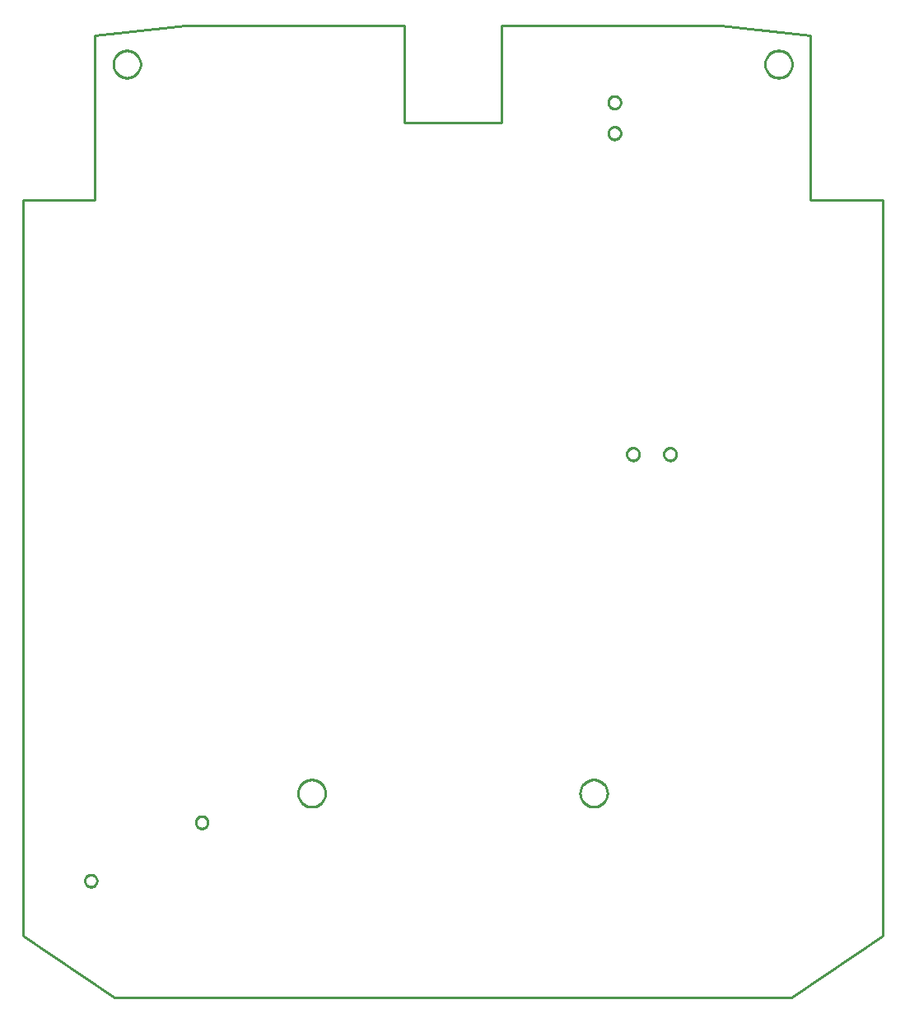
<source format=gbr>
G04 EAGLE Gerber X2 export*
%TF.Part,Single*%
%TF.FileFunction,Profile,NP*%
%TF.FilePolarity,Positive*%
%TF.GenerationSoftware,Autodesk,EAGLE,9.2.0*%
%TF.CreationDate,2018-10-30T13:38:44Z*%
G75*
%MOMM*%
%FSLAX34Y34*%
%LPD*%
%IN*%
%IPPOS*%
%AMOC8*
5,1,8,0,0,1.08239X$1,22.5*%
G01*
%ADD10C,0.254000*%


D10*
X33000Y63500D02*
X127000Y0D01*
X823000Y0D01*
X917000Y63000D01*
X917000Y820000D01*
X843000Y820000D01*
X843000Y990000D01*
X750000Y1000000D01*
X525000Y1000000D01*
X525000Y900000D01*
X425000Y900000D01*
X425000Y1000000D01*
X200000Y1000000D01*
X107000Y990000D01*
X107000Y820000D01*
X33000Y820000D01*
X33000Y63500D01*
X109250Y119649D02*
X109171Y118951D01*
X109015Y118267D01*
X108783Y117604D01*
X108479Y116972D01*
X108105Y116378D01*
X107668Y115829D01*
X107171Y115332D01*
X106622Y114895D01*
X106028Y114521D01*
X105396Y114217D01*
X104733Y113985D01*
X104049Y113829D01*
X103351Y113750D01*
X102649Y113750D01*
X101951Y113829D01*
X101267Y113985D01*
X100604Y114217D01*
X99972Y114521D01*
X99378Y114895D01*
X98829Y115332D01*
X98332Y115829D01*
X97895Y116378D01*
X97521Y116972D01*
X97217Y117604D01*
X96985Y118267D01*
X96829Y118951D01*
X96750Y119649D01*
X96750Y120351D01*
X96829Y121049D01*
X96985Y121733D01*
X97217Y122396D01*
X97521Y123028D01*
X97895Y123622D01*
X98332Y124171D01*
X98829Y124668D01*
X99378Y125105D01*
X99972Y125479D01*
X100604Y125783D01*
X101267Y126015D01*
X101951Y126171D01*
X102649Y126250D01*
X103351Y126250D01*
X104049Y126171D01*
X104733Y126015D01*
X105396Y125783D01*
X106028Y125479D01*
X106622Y125105D01*
X107171Y124668D01*
X107668Y124171D01*
X108105Y123622D01*
X108479Y123028D01*
X108783Y122396D01*
X109015Y121733D01*
X109171Y121049D01*
X109250Y120351D01*
X109250Y119649D01*
X223250Y179649D02*
X223171Y178951D01*
X223015Y178267D01*
X222783Y177604D01*
X222479Y176972D01*
X222105Y176378D01*
X221668Y175829D01*
X221171Y175332D01*
X220622Y174895D01*
X220028Y174521D01*
X219396Y174217D01*
X218733Y173985D01*
X218049Y173829D01*
X217351Y173750D01*
X216649Y173750D01*
X215951Y173829D01*
X215267Y173985D01*
X214604Y174217D01*
X213972Y174521D01*
X213378Y174895D01*
X212829Y175332D01*
X212332Y175829D01*
X211895Y176378D01*
X211521Y176972D01*
X211217Y177604D01*
X210985Y178267D01*
X210829Y178951D01*
X210750Y179649D01*
X210750Y180351D01*
X210829Y181049D01*
X210985Y181733D01*
X211217Y182396D01*
X211521Y183028D01*
X211895Y183622D01*
X212332Y184171D01*
X212829Y184668D01*
X213378Y185105D01*
X213972Y185479D01*
X214604Y185783D01*
X215267Y186015D01*
X215951Y186171D01*
X216649Y186250D01*
X217351Y186250D01*
X218049Y186171D01*
X218733Y186015D01*
X219396Y185783D01*
X220028Y185479D01*
X220622Y185105D01*
X221171Y184668D01*
X221668Y184171D01*
X222105Y183622D01*
X222479Y183028D01*
X222783Y182396D01*
X223015Y181733D01*
X223171Y181049D01*
X223250Y180351D01*
X223250Y179649D01*
X154000Y959500D02*
X153929Y958503D01*
X153786Y957513D01*
X153574Y956536D01*
X153292Y955576D01*
X152943Y954639D01*
X152527Y953729D01*
X152048Y952852D01*
X151507Y952010D01*
X150908Y951210D01*
X150253Y950454D01*
X149546Y949747D01*
X148790Y949092D01*
X147990Y948493D01*
X147148Y947952D01*
X146271Y947473D01*
X145361Y947057D01*
X144424Y946708D01*
X143465Y946426D01*
X142487Y946214D01*
X141498Y946071D01*
X140500Y946000D01*
X139500Y946000D01*
X138503Y946071D01*
X137513Y946214D01*
X136536Y946426D01*
X135576Y946708D01*
X134639Y947057D01*
X133729Y947473D01*
X132852Y947952D01*
X132010Y948493D01*
X131210Y949092D01*
X130454Y949747D01*
X129747Y950454D01*
X129092Y951210D01*
X128493Y952010D01*
X127952Y952852D01*
X127473Y953729D01*
X127057Y954639D01*
X126708Y955576D01*
X126426Y956536D01*
X126214Y957513D01*
X126071Y958503D01*
X126000Y959500D01*
X126000Y960500D01*
X126071Y961498D01*
X126214Y962487D01*
X126426Y963465D01*
X126708Y964424D01*
X127057Y965361D01*
X127473Y966271D01*
X127952Y967148D01*
X128493Y967990D01*
X129092Y968790D01*
X129747Y969546D01*
X130454Y970253D01*
X131210Y970908D01*
X132010Y971507D01*
X132852Y972048D01*
X133729Y972527D01*
X134639Y972943D01*
X135576Y973292D01*
X136536Y973574D01*
X137513Y973786D01*
X138503Y973929D01*
X139500Y974000D01*
X140500Y974000D01*
X141498Y973929D01*
X142487Y973786D01*
X143465Y973574D01*
X144424Y973292D01*
X145361Y972943D01*
X146271Y972527D01*
X147148Y972048D01*
X147990Y971507D01*
X148790Y970908D01*
X149546Y970253D01*
X150253Y969546D01*
X150908Y968790D01*
X151507Y967990D01*
X152048Y967148D01*
X152527Y966271D01*
X152943Y965361D01*
X153292Y964424D01*
X153574Y963465D01*
X153786Y962487D01*
X153929Y961498D01*
X154000Y960500D01*
X154000Y959500D01*
X824000Y959500D02*
X823929Y958503D01*
X823786Y957513D01*
X823574Y956536D01*
X823292Y955576D01*
X822943Y954639D01*
X822527Y953729D01*
X822048Y952852D01*
X821507Y952010D01*
X820908Y951210D01*
X820253Y950454D01*
X819546Y949747D01*
X818790Y949092D01*
X817990Y948493D01*
X817148Y947952D01*
X816271Y947473D01*
X815361Y947057D01*
X814424Y946708D01*
X813465Y946426D01*
X812487Y946214D01*
X811498Y946071D01*
X810500Y946000D01*
X809500Y946000D01*
X808503Y946071D01*
X807513Y946214D01*
X806536Y946426D01*
X805576Y946708D01*
X804639Y947057D01*
X803729Y947473D01*
X802852Y947952D01*
X802010Y948493D01*
X801210Y949092D01*
X800454Y949747D01*
X799747Y950454D01*
X799092Y951210D01*
X798493Y952010D01*
X797952Y952852D01*
X797473Y953729D01*
X797057Y954639D01*
X796708Y955576D01*
X796426Y956536D01*
X796214Y957513D01*
X796071Y958503D01*
X796000Y959500D01*
X796000Y960500D01*
X796071Y961498D01*
X796214Y962487D01*
X796426Y963465D01*
X796708Y964424D01*
X797057Y965361D01*
X797473Y966271D01*
X797952Y967148D01*
X798493Y967990D01*
X799092Y968790D01*
X799747Y969546D01*
X800454Y970253D01*
X801210Y970908D01*
X802010Y971507D01*
X802852Y972048D01*
X803729Y972527D01*
X804639Y972943D01*
X805576Y973292D01*
X806536Y973574D01*
X807513Y973786D01*
X808503Y973929D01*
X809500Y974000D01*
X810500Y974000D01*
X811498Y973929D01*
X812487Y973786D01*
X813465Y973574D01*
X814424Y973292D01*
X815361Y972943D01*
X816271Y972527D01*
X817148Y972048D01*
X817990Y971507D01*
X818790Y970908D01*
X819546Y970253D01*
X820253Y969546D01*
X820908Y968790D01*
X821507Y967990D01*
X822048Y967148D01*
X822527Y966271D01*
X822943Y965361D01*
X823292Y964424D01*
X823574Y963465D01*
X823786Y962487D01*
X823929Y961498D01*
X824000Y960500D01*
X824000Y959500D01*
X344000Y209500D02*
X343929Y208503D01*
X343786Y207513D01*
X343574Y206536D01*
X343292Y205576D01*
X342943Y204639D01*
X342527Y203729D01*
X342048Y202852D01*
X341507Y202010D01*
X340908Y201210D01*
X340253Y200454D01*
X339546Y199747D01*
X338790Y199092D01*
X337990Y198493D01*
X337148Y197952D01*
X336271Y197473D01*
X335361Y197057D01*
X334424Y196708D01*
X333465Y196426D01*
X332487Y196214D01*
X331498Y196071D01*
X330500Y196000D01*
X329500Y196000D01*
X328503Y196071D01*
X327513Y196214D01*
X326536Y196426D01*
X325576Y196708D01*
X324639Y197057D01*
X323729Y197473D01*
X322852Y197952D01*
X322010Y198493D01*
X321210Y199092D01*
X320454Y199747D01*
X319747Y200454D01*
X319092Y201210D01*
X318493Y202010D01*
X317952Y202852D01*
X317473Y203729D01*
X317057Y204639D01*
X316708Y205576D01*
X316426Y206536D01*
X316214Y207513D01*
X316071Y208503D01*
X316000Y209500D01*
X316000Y210500D01*
X316071Y211498D01*
X316214Y212487D01*
X316426Y213465D01*
X316708Y214424D01*
X317057Y215361D01*
X317473Y216271D01*
X317952Y217148D01*
X318493Y217990D01*
X319092Y218790D01*
X319747Y219546D01*
X320454Y220253D01*
X321210Y220908D01*
X322010Y221507D01*
X322852Y222048D01*
X323729Y222527D01*
X324639Y222943D01*
X325576Y223292D01*
X326536Y223574D01*
X327513Y223786D01*
X328503Y223929D01*
X329500Y224000D01*
X330500Y224000D01*
X331498Y223929D01*
X332487Y223786D01*
X333465Y223574D01*
X334424Y223292D01*
X335361Y222943D01*
X336271Y222527D01*
X337148Y222048D01*
X337990Y221507D01*
X338790Y220908D01*
X339546Y220253D01*
X340253Y219546D01*
X340908Y218790D01*
X341507Y217990D01*
X342048Y217148D01*
X342527Y216271D01*
X342943Y215361D01*
X343292Y214424D01*
X343574Y213465D01*
X343786Y212487D01*
X343929Y211498D01*
X344000Y210500D01*
X344000Y209500D01*
X634000Y209500D02*
X633929Y208503D01*
X633786Y207513D01*
X633574Y206536D01*
X633292Y205576D01*
X632943Y204639D01*
X632527Y203729D01*
X632048Y202852D01*
X631507Y202010D01*
X630908Y201210D01*
X630253Y200454D01*
X629546Y199747D01*
X628790Y199092D01*
X627990Y198493D01*
X627148Y197952D01*
X626271Y197473D01*
X625361Y197057D01*
X624424Y196708D01*
X623465Y196426D01*
X622487Y196214D01*
X621498Y196071D01*
X620500Y196000D01*
X619500Y196000D01*
X618503Y196071D01*
X617513Y196214D01*
X616536Y196426D01*
X615576Y196708D01*
X614639Y197057D01*
X613729Y197473D01*
X612852Y197952D01*
X612010Y198493D01*
X611210Y199092D01*
X610454Y199747D01*
X609747Y200454D01*
X609092Y201210D01*
X608493Y202010D01*
X607952Y202852D01*
X607473Y203729D01*
X607057Y204639D01*
X606708Y205576D01*
X606426Y206536D01*
X606214Y207513D01*
X606071Y208503D01*
X606000Y209500D01*
X606000Y210500D01*
X606071Y211498D01*
X606214Y212487D01*
X606426Y213465D01*
X606708Y214424D01*
X607057Y215361D01*
X607473Y216271D01*
X607952Y217148D01*
X608493Y217990D01*
X609092Y218790D01*
X609747Y219546D01*
X610454Y220253D01*
X611210Y220908D01*
X612010Y221507D01*
X612852Y222048D01*
X613729Y222527D01*
X614639Y222943D01*
X615576Y223292D01*
X616536Y223574D01*
X617513Y223786D01*
X618503Y223929D01*
X619500Y224000D01*
X620500Y224000D01*
X621498Y223929D01*
X622487Y223786D01*
X623465Y223574D01*
X624424Y223292D01*
X625361Y222943D01*
X626271Y222527D01*
X627148Y222048D01*
X627990Y221507D01*
X628790Y220908D01*
X629546Y220253D01*
X630253Y219546D01*
X630908Y218790D01*
X631507Y217990D01*
X632048Y217148D01*
X632527Y216271D01*
X632943Y215361D01*
X633292Y214424D01*
X633574Y213465D01*
X633786Y212487D01*
X633929Y211498D01*
X634000Y210500D01*
X634000Y209500D01*
X647850Y888681D02*
X647787Y888045D01*
X647663Y887419D01*
X647477Y886808D01*
X647233Y886218D01*
X646932Y885654D01*
X646577Y885123D01*
X646172Y884630D01*
X645720Y884178D01*
X645227Y883773D01*
X644696Y883418D01*
X644132Y883117D01*
X643542Y882873D01*
X642931Y882687D01*
X642305Y882563D01*
X641669Y882500D01*
X641031Y882500D01*
X640395Y882563D01*
X639769Y882687D01*
X639158Y882873D01*
X638568Y883117D01*
X638004Y883418D01*
X637473Y883773D01*
X636980Y884178D01*
X636528Y884630D01*
X636123Y885123D01*
X635768Y885654D01*
X635467Y886218D01*
X635223Y886808D01*
X635037Y887419D01*
X634913Y888045D01*
X634850Y888681D01*
X634850Y889319D01*
X634913Y889955D01*
X635037Y890581D01*
X635223Y891192D01*
X635467Y891782D01*
X635768Y892346D01*
X636123Y892877D01*
X636528Y893370D01*
X636980Y893822D01*
X637473Y894227D01*
X638004Y894582D01*
X638568Y894883D01*
X639158Y895127D01*
X639769Y895313D01*
X640395Y895437D01*
X641031Y895500D01*
X641669Y895500D01*
X642305Y895437D01*
X642931Y895313D01*
X643542Y895127D01*
X644132Y894883D01*
X644696Y894582D01*
X645227Y894227D01*
X645720Y893822D01*
X646172Y893370D01*
X646577Y892877D01*
X646932Y892346D01*
X647233Y891782D01*
X647477Y891192D01*
X647663Y890581D01*
X647787Y889955D01*
X647850Y889319D01*
X647850Y888681D01*
X647850Y920431D02*
X647787Y919795D01*
X647663Y919169D01*
X647477Y918558D01*
X647233Y917968D01*
X646932Y917404D01*
X646577Y916873D01*
X646172Y916380D01*
X645720Y915928D01*
X645227Y915523D01*
X644696Y915168D01*
X644132Y914867D01*
X643542Y914623D01*
X642931Y914437D01*
X642305Y914313D01*
X641669Y914250D01*
X641031Y914250D01*
X640395Y914313D01*
X639769Y914437D01*
X639158Y914623D01*
X638568Y914867D01*
X638004Y915168D01*
X637473Y915523D01*
X636980Y915928D01*
X636528Y916380D01*
X636123Y916873D01*
X635768Y917404D01*
X635467Y917968D01*
X635223Y918558D01*
X635037Y919169D01*
X634913Y919795D01*
X634850Y920431D01*
X634850Y921069D01*
X634913Y921705D01*
X635037Y922331D01*
X635223Y922942D01*
X635467Y923532D01*
X635768Y924096D01*
X636123Y924627D01*
X636528Y925120D01*
X636980Y925572D01*
X637473Y925977D01*
X638004Y926332D01*
X638568Y926633D01*
X639158Y926877D01*
X639769Y927063D01*
X640395Y927187D01*
X641031Y927250D01*
X641669Y927250D01*
X642305Y927187D01*
X642931Y927063D01*
X643542Y926877D01*
X644132Y926633D01*
X644696Y926332D01*
X645227Y925977D01*
X645720Y925572D01*
X646172Y925120D01*
X646577Y924627D01*
X646932Y924096D01*
X647233Y923532D01*
X647477Y922942D01*
X647663Y922331D01*
X647787Y921705D01*
X647850Y921069D01*
X647850Y920431D01*
X666900Y558481D02*
X666837Y557845D01*
X666713Y557219D01*
X666527Y556608D01*
X666283Y556018D01*
X665982Y555454D01*
X665627Y554923D01*
X665222Y554430D01*
X664770Y553978D01*
X664277Y553573D01*
X663746Y553218D01*
X663182Y552917D01*
X662592Y552673D01*
X661981Y552487D01*
X661355Y552363D01*
X660719Y552300D01*
X660081Y552300D01*
X659445Y552363D01*
X658819Y552487D01*
X658208Y552673D01*
X657618Y552917D01*
X657054Y553218D01*
X656523Y553573D01*
X656030Y553978D01*
X655578Y554430D01*
X655173Y554923D01*
X654818Y555454D01*
X654517Y556018D01*
X654273Y556608D01*
X654087Y557219D01*
X653963Y557845D01*
X653900Y558481D01*
X653900Y559119D01*
X653963Y559755D01*
X654087Y560381D01*
X654273Y560992D01*
X654517Y561582D01*
X654818Y562146D01*
X655173Y562677D01*
X655578Y563170D01*
X656030Y563622D01*
X656523Y564027D01*
X657054Y564382D01*
X657618Y564683D01*
X658208Y564927D01*
X658819Y565113D01*
X659445Y565237D01*
X660081Y565300D01*
X660719Y565300D01*
X661355Y565237D01*
X661981Y565113D01*
X662592Y564927D01*
X663182Y564683D01*
X663746Y564382D01*
X664277Y564027D01*
X664770Y563622D01*
X665222Y563170D01*
X665627Y562677D01*
X665982Y562146D01*
X666283Y561582D01*
X666527Y560992D01*
X666713Y560381D01*
X666837Y559755D01*
X666900Y559119D01*
X666900Y558481D01*
X705000Y558481D02*
X704937Y557845D01*
X704813Y557219D01*
X704627Y556608D01*
X704383Y556018D01*
X704082Y555454D01*
X703727Y554923D01*
X703322Y554430D01*
X702870Y553978D01*
X702377Y553573D01*
X701846Y553218D01*
X701282Y552917D01*
X700692Y552673D01*
X700081Y552487D01*
X699455Y552363D01*
X698819Y552300D01*
X698181Y552300D01*
X697545Y552363D01*
X696919Y552487D01*
X696308Y552673D01*
X695718Y552917D01*
X695154Y553218D01*
X694623Y553573D01*
X694130Y553978D01*
X693678Y554430D01*
X693273Y554923D01*
X692918Y555454D01*
X692617Y556018D01*
X692373Y556608D01*
X692187Y557219D01*
X692063Y557845D01*
X692000Y558481D01*
X692000Y559119D01*
X692063Y559755D01*
X692187Y560381D01*
X692373Y560992D01*
X692617Y561582D01*
X692918Y562146D01*
X693273Y562677D01*
X693678Y563170D01*
X694130Y563622D01*
X694623Y564027D01*
X695154Y564382D01*
X695718Y564683D01*
X696308Y564927D01*
X696919Y565113D01*
X697545Y565237D01*
X698181Y565300D01*
X698819Y565300D01*
X699455Y565237D01*
X700081Y565113D01*
X700692Y564927D01*
X701282Y564683D01*
X701846Y564382D01*
X702377Y564027D01*
X702870Y563622D01*
X703322Y563170D01*
X703727Y562677D01*
X704082Y562146D01*
X704383Y561582D01*
X704627Y560992D01*
X704813Y560381D01*
X704937Y559755D01*
X705000Y559119D01*
X705000Y558481D01*
M02*

</source>
